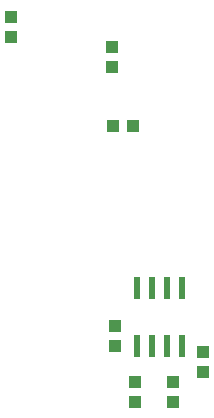
<source format=gbr>
G04 EAGLE Gerber RS-274X export*
G75*
%MOMM*%
%FSLAX34Y34*%
%LPD*%
%INSolderpaste Top*%
%IPPOS*%
%AMOC8*
5,1,8,0,0,1.08239X$1,22.5*%
G01*
%ADD10R,1.000000X1.100000*%
%ADD11R,0.558800X1.981200*%
%ADD12R,1.100000X1.000000*%


D10*
X843026Y1005722D03*
X843026Y1022722D03*
X757174Y1031122D03*
X757174Y1048122D03*
X843670Y955294D03*
X860670Y955294D03*
D11*
X901954Y818642D03*
X889254Y818642D03*
X876554Y818642D03*
X863854Y818642D03*
X863854Y769366D03*
X876554Y769366D03*
X889254Y769366D03*
X901954Y769366D03*
D10*
X919480Y764404D03*
X919480Y747404D03*
D12*
X862330Y738750D03*
X862330Y721750D03*
X845566Y769502D03*
X845566Y786502D03*
X894080Y738750D03*
X894080Y721750D03*
M02*

</source>
